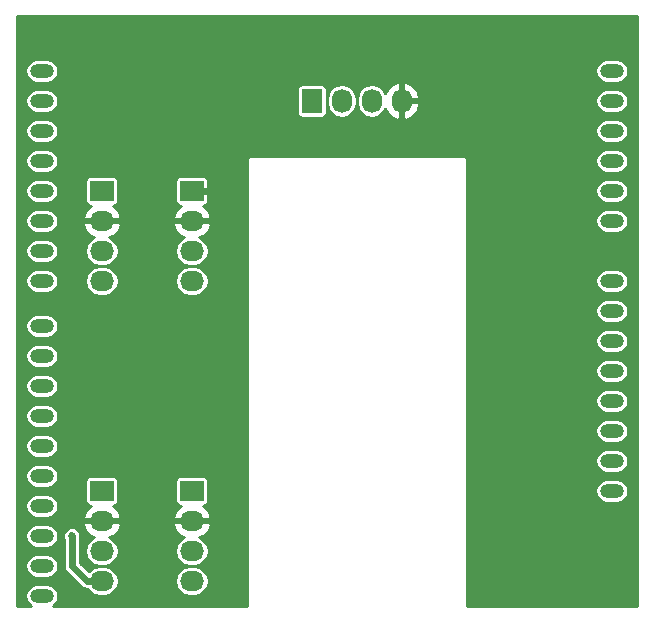
<source format=gbl>
%TF.GenerationSoftware,KiCad,Pcbnew,4.0.2-stable*%
%TF.CreationDate,2016-06-06T20:31:45-04:00*%
%TF.ProjectId,Backpack,4261636B7061636B2E6B696361645F70,rev?*%
%TF.FileFunction,Copper,L2,Bot,Signal*%
%FSLAX46Y46*%
G04 Gerber Fmt 4.6, Leading zero omitted, Abs format (unit mm)*
G04 Created by KiCad (PCBNEW 4.0.2-stable) date 6/6/2016 8:31:45 PM*
%MOMM*%
G01*
G04 APERTURE LIST*
%ADD10C,0.127000*%
%ADD11O,2.000000X1.200000*%
%ADD12R,1.727200X2.032000*%
%ADD13O,1.727200X2.032000*%
%ADD14R,2.032000X1.727200*%
%ADD15O,2.032000X1.727200*%
%ADD16C,0.685800*%
%ADD17C,0.600000*%
%ADD18C,0.254000*%
G04 APERTURE END LIST*
D10*
D11*
X53340000Y-53340000D03*
X101600000Y-88900000D03*
X101600000Y-86360000D03*
X101600000Y-83820000D03*
X101600000Y-81280000D03*
X101600000Y-78740000D03*
X101600000Y-76200000D03*
X101600000Y-73660000D03*
X101600000Y-71120000D03*
X101600000Y-66040000D03*
X101600000Y-63500000D03*
X101600000Y-60960000D03*
X101600000Y-58420000D03*
X101600000Y-55880000D03*
X101600000Y-53340000D03*
X53340000Y-97790000D03*
X53340000Y-95250000D03*
X53340000Y-92710000D03*
X53340000Y-90170000D03*
X53340000Y-87630000D03*
X53340000Y-85090000D03*
X53340000Y-82550000D03*
X53340000Y-80010000D03*
X53340000Y-77470000D03*
X53340000Y-74930000D03*
X53340000Y-71120000D03*
X53340000Y-68580000D03*
X53340000Y-66040000D03*
X53340000Y-63500000D03*
X53340000Y-60960000D03*
X53340000Y-58420000D03*
X53340000Y-55880000D03*
D12*
X76200000Y-55880000D03*
D13*
X78740000Y-55880000D03*
X81280000Y-55880000D03*
X83820000Y-55880000D03*
D14*
X58420000Y-63500000D03*
D15*
X58420000Y-66040000D03*
X58420000Y-68580000D03*
X58420000Y-71120000D03*
D14*
X66040000Y-88900000D03*
D15*
X66040000Y-91440000D03*
X66040000Y-93980000D03*
X66040000Y-96520000D03*
D14*
X66040000Y-63500000D03*
D15*
X66040000Y-66040000D03*
X66040000Y-68580000D03*
X66040000Y-71120000D03*
D14*
X58420000Y-88900000D03*
D15*
X58420000Y-91440000D03*
X58420000Y-93980000D03*
X58420000Y-96520000D03*
D16*
X68580000Y-72390000D03*
X55880000Y-92710000D03*
D17*
X66040000Y-63500000D02*
X67945000Y-63500000D01*
X68580000Y-64135000D02*
X68580000Y-72390000D01*
X67945000Y-63500000D02*
X68580000Y-64135000D01*
X58420000Y-96520000D02*
X57150000Y-96520000D01*
X55880000Y-95250000D02*
X55880000Y-92710000D01*
X57150000Y-96520000D02*
X55880000Y-95250000D01*
D18*
G36*
X103695500Y-98615500D02*
X89344500Y-98615500D01*
X89344500Y-88900000D01*
X100191945Y-88900000D01*
X100266619Y-89275412D01*
X100479273Y-89593672D01*
X100797533Y-89806326D01*
X101172945Y-89881000D01*
X102027055Y-89881000D01*
X102402467Y-89806326D01*
X102720727Y-89593672D01*
X102933381Y-89275412D01*
X103008055Y-88900000D01*
X102933381Y-88524588D01*
X102720727Y-88206328D01*
X102402467Y-87993674D01*
X102027055Y-87919000D01*
X101172945Y-87919000D01*
X100797533Y-87993674D01*
X100479273Y-88206328D01*
X100266619Y-88524588D01*
X100191945Y-88900000D01*
X89344500Y-88900000D01*
X89344500Y-86360000D01*
X100191945Y-86360000D01*
X100266619Y-86735412D01*
X100479273Y-87053672D01*
X100797533Y-87266326D01*
X101172945Y-87341000D01*
X102027055Y-87341000D01*
X102402467Y-87266326D01*
X102720727Y-87053672D01*
X102933381Y-86735412D01*
X103008055Y-86360000D01*
X102933381Y-85984588D01*
X102720727Y-85666328D01*
X102402467Y-85453674D01*
X102027055Y-85379000D01*
X101172945Y-85379000D01*
X100797533Y-85453674D01*
X100479273Y-85666328D01*
X100266619Y-85984588D01*
X100191945Y-86360000D01*
X89344500Y-86360000D01*
X89344500Y-83820000D01*
X100191945Y-83820000D01*
X100266619Y-84195412D01*
X100479273Y-84513672D01*
X100797533Y-84726326D01*
X101172945Y-84801000D01*
X102027055Y-84801000D01*
X102402467Y-84726326D01*
X102720727Y-84513672D01*
X102933381Y-84195412D01*
X103008055Y-83820000D01*
X102933381Y-83444588D01*
X102720727Y-83126328D01*
X102402467Y-82913674D01*
X102027055Y-82839000D01*
X101172945Y-82839000D01*
X100797533Y-82913674D01*
X100479273Y-83126328D01*
X100266619Y-83444588D01*
X100191945Y-83820000D01*
X89344500Y-83820000D01*
X89344500Y-81280000D01*
X100191945Y-81280000D01*
X100266619Y-81655412D01*
X100479273Y-81973672D01*
X100797533Y-82186326D01*
X101172945Y-82261000D01*
X102027055Y-82261000D01*
X102402467Y-82186326D01*
X102720727Y-81973672D01*
X102933381Y-81655412D01*
X103008055Y-81280000D01*
X102933381Y-80904588D01*
X102720727Y-80586328D01*
X102402467Y-80373674D01*
X102027055Y-80299000D01*
X101172945Y-80299000D01*
X100797533Y-80373674D01*
X100479273Y-80586328D01*
X100266619Y-80904588D01*
X100191945Y-81280000D01*
X89344500Y-81280000D01*
X89344500Y-78740000D01*
X100191945Y-78740000D01*
X100266619Y-79115412D01*
X100479273Y-79433672D01*
X100797533Y-79646326D01*
X101172945Y-79721000D01*
X102027055Y-79721000D01*
X102402467Y-79646326D01*
X102720727Y-79433672D01*
X102933381Y-79115412D01*
X103008055Y-78740000D01*
X102933381Y-78364588D01*
X102720727Y-78046328D01*
X102402467Y-77833674D01*
X102027055Y-77759000D01*
X101172945Y-77759000D01*
X100797533Y-77833674D01*
X100479273Y-78046328D01*
X100266619Y-78364588D01*
X100191945Y-78740000D01*
X89344500Y-78740000D01*
X89344500Y-76200000D01*
X100191945Y-76200000D01*
X100266619Y-76575412D01*
X100479273Y-76893672D01*
X100797533Y-77106326D01*
X101172945Y-77181000D01*
X102027055Y-77181000D01*
X102402467Y-77106326D01*
X102720727Y-76893672D01*
X102933381Y-76575412D01*
X103008055Y-76200000D01*
X102933381Y-75824588D01*
X102720727Y-75506328D01*
X102402467Y-75293674D01*
X102027055Y-75219000D01*
X101172945Y-75219000D01*
X100797533Y-75293674D01*
X100479273Y-75506328D01*
X100266619Y-75824588D01*
X100191945Y-76200000D01*
X89344500Y-76200000D01*
X89344500Y-73660000D01*
X100191945Y-73660000D01*
X100266619Y-74035412D01*
X100479273Y-74353672D01*
X100797533Y-74566326D01*
X101172945Y-74641000D01*
X102027055Y-74641000D01*
X102402467Y-74566326D01*
X102720727Y-74353672D01*
X102933381Y-74035412D01*
X103008055Y-73660000D01*
X102933381Y-73284588D01*
X102720727Y-72966328D01*
X102402467Y-72753674D01*
X102027055Y-72679000D01*
X101172945Y-72679000D01*
X100797533Y-72753674D01*
X100479273Y-72966328D01*
X100266619Y-73284588D01*
X100191945Y-73660000D01*
X89344500Y-73660000D01*
X89344500Y-71120000D01*
X100191945Y-71120000D01*
X100266619Y-71495412D01*
X100479273Y-71813672D01*
X100797533Y-72026326D01*
X101172945Y-72101000D01*
X102027055Y-72101000D01*
X102402467Y-72026326D01*
X102720727Y-71813672D01*
X102933381Y-71495412D01*
X103008055Y-71120000D01*
X102933381Y-70744588D01*
X102720727Y-70426328D01*
X102402467Y-70213674D01*
X102027055Y-70139000D01*
X101172945Y-70139000D01*
X100797533Y-70213674D01*
X100479273Y-70426328D01*
X100266619Y-70744588D01*
X100191945Y-71120000D01*
X89344500Y-71120000D01*
X89344500Y-66040000D01*
X100191945Y-66040000D01*
X100266619Y-66415412D01*
X100479273Y-66733672D01*
X100797533Y-66946326D01*
X101172945Y-67021000D01*
X102027055Y-67021000D01*
X102402467Y-66946326D01*
X102720727Y-66733672D01*
X102933381Y-66415412D01*
X103008055Y-66040000D01*
X102933381Y-65664588D01*
X102720727Y-65346328D01*
X102402467Y-65133674D01*
X102027055Y-65059000D01*
X101172945Y-65059000D01*
X100797533Y-65133674D01*
X100479273Y-65346328D01*
X100266619Y-65664588D01*
X100191945Y-66040000D01*
X89344500Y-66040000D01*
X89344500Y-63500000D01*
X100191945Y-63500000D01*
X100266619Y-63875412D01*
X100479273Y-64193672D01*
X100797533Y-64406326D01*
X101172945Y-64481000D01*
X102027055Y-64481000D01*
X102402467Y-64406326D01*
X102720727Y-64193672D01*
X102933381Y-63875412D01*
X103008055Y-63500000D01*
X102933381Y-63124588D01*
X102720727Y-62806328D01*
X102402467Y-62593674D01*
X102027055Y-62519000D01*
X101172945Y-62519000D01*
X100797533Y-62593674D01*
X100479273Y-62806328D01*
X100266619Y-63124588D01*
X100191945Y-63500000D01*
X89344500Y-63500000D01*
X89344500Y-60960000D01*
X100191945Y-60960000D01*
X100266619Y-61335412D01*
X100479273Y-61653672D01*
X100797533Y-61866326D01*
X101172945Y-61941000D01*
X102027055Y-61941000D01*
X102402467Y-61866326D01*
X102720727Y-61653672D01*
X102933381Y-61335412D01*
X103008055Y-60960000D01*
X102933381Y-60584588D01*
X102720727Y-60266328D01*
X102402467Y-60053674D01*
X102027055Y-59979000D01*
X101172945Y-59979000D01*
X100797533Y-60053674D01*
X100479273Y-60266328D01*
X100266619Y-60584588D01*
X100191945Y-60960000D01*
X89344500Y-60960000D01*
X89310664Y-60789897D01*
X89214309Y-60645691D01*
X89070103Y-60549336D01*
X88900000Y-60515500D01*
X71120000Y-60515500D01*
X70949897Y-60549336D01*
X70805691Y-60645691D01*
X70709336Y-60789897D01*
X70675500Y-60960000D01*
X70675500Y-98615500D01*
X54263432Y-98615500D01*
X54460727Y-98483672D01*
X54673381Y-98165412D01*
X54748055Y-97790000D01*
X54673381Y-97414588D01*
X54460727Y-97096328D01*
X54142467Y-96883674D01*
X53767055Y-96809000D01*
X52912945Y-96809000D01*
X52537533Y-96883674D01*
X52219273Y-97096328D01*
X52006619Y-97414588D01*
X51931945Y-97790000D01*
X52006619Y-98165412D01*
X52219273Y-98483672D01*
X52416568Y-98615500D01*
X51244500Y-98615500D01*
X51244500Y-95250000D01*
X51931945Y-95250000D01*
X52006619Y-95625412D01*
X52219273Y-95943672D01*
X52537533Y-96156326D01*
X52912945Y-96231000D01*
X53767055Y-96231000D01*
X54142467Y-96156326D01*
X54460727Y-95943672D01*
X54673381Y-95625412D01*
X54748055Y-95250000D01*
X54673381Y-94874588D01*
X54460727Y-94556328D01*
X54142467Y-94343674D01*
X53767055Y-94269000D01*
X52912945Y-94269000D01*
X52537533Y-94343674D01*
X52219273Y-94556328D01*
X52006619Y-94874588D01*
X51931945Y-95250000D01*
X51244500Y-95250000D01*
X51244500Y-92710000D01*
X51931945Y-92710000D01*
X52006619Y-93085412D01*
X52219273Y-93403672D01*
X52537533Y-93616326D01*
X52912945Y-93691000D01*
X53767055Y-93691000D01*
X54142467Y-93616326D01*
X54460727Y-93403672D01*
X54673381Y-93085412D01*
X54719538Y-92853361D01*
X55155975Y-92853361D01*
X55199000Y-92957490D01*
X55199000Y-95250000D01*
X55250838Y-95510608D01*
X55398460Y-95731540D01*
X56668460Y-97001540D01*
X56889392Y-97149162D01*
X57150000Y-97201000D01*
X57227155Y-97201000D01*
X57360166Y-97400065D01*
X57763943Y-97669860D01*
X58240231Y-97764600D01*
X58599769Y-97764600D01*
X59076057Y-97669860D01*
X59479834Y-97400065D01*
X59749629Y-96996288D01*
X59844369Y-96520000D01*
X64615631Y-96520000D01*
X64710371Y-96996288D01*
X64980166Y-97400065D01*
X65383943Y-97669860D01*
X65860231Y-97764600D01*
X66219769Y-97764600D01*
X66696057Y-97669860D01*
X67099834Y-97400065D01*
X67369629Y-96996288D01*
X67464369Y-96520000D01*
X67369629Y-96043712D01*
X67099834Y-95639935D01*
X66696057Y-95370140D01*
X66219769Y-95275400D01*
X65860231Y-95275400D01*
X65383943Y-95370140D01*
X64980166Y-95639935D01*
X64710371Y-96043712D01*
X64615631Y-96520000D01*
X59844369Y-96520000D01*
X59749629Y-96043712D01*
X59479834Y-95639935D01*
X59076057Y-95370140D01*
X58599769Y-95275400D01*
X58240231Y-95275400D01*
X57763943Y-95370140D01*
X57360166Y-95639935D01*
X57309236Y-95716156D01*
X56561000Y-94967920D01*
X56561000Y-92957636D01*
X56603774Y-92854624D01*
X56604025Y-92566639D01*
X56494050Y-92300479D01*
X56290592Y-92096665D01*
X56024624Y-91986226D01*
X55736639Y-91985975D01*
X55470479Y-92095950D01*
X55266665Y-92299408D01*
X55156226Y-92565376D01*
X55155975Y-92853361D01*
X54719538Y-92853361D01*
X54748055Y-92710000D01*
X54673381Y-92334588D01*
X54460727Y-92016328D01*
X54142467Y-91803674D01*
X54119100Y-91799026D01*
X56812642Y-91799026D01*
X56815291Y-91814791D01*
X57069268Y-92342036D01*
X57505680Y-92731954D01*
X57778243Y-92827296D01*
X57763943Y-92830140D01*
X57360166Y-93099935D01*
X57090371Y-93503712D01*
X56995631Y-93980000D01*
X57090371Y-94456288D01*
X57360166Y-94860065D01*
X57763943Y-95129860D01*
X58240231Y-95224600D01*
X58599769Y-95224600D01*
X59076057Y-95129860D01*
X59479834Y-94860065D01*
X59749629Y-94456288D01*
X59844369Y-93980000D01*
X59749629Y-93503712D01*
X59479834Y-93099935D01*
X59076057Y-92830140D01*
X59061757Y-92827296D01*
X59334320Y-92731954D01*
X59770732Y-92342036D01*
X60024709Y-91814791D01*
X60027358Y-91799026D01*
X64432642Y-91799026D01*
X64435291Y-91814791D01*
X64689268Y-92342036D01*
X65125680Y-92731954D01*
X65398243Y-92827296D01*
X65383943Y-92830140D01*
X64980166Y-93099935D01*
X64710371Y-93503712D01*
X64615631Y-93980000D01*
X64710371Y-94456288D01*
X64980166Y-94860065D01*
X65383943Y-95129860D01*
X65860231Y-95224600D01*
X66219769Y-95224600D01*
X66696057Y-95129860D01*
X67099834Y-94860065D01*
X67369629Y-94456288D01*
X67464369Y-93980000D01*
X67369629Y-93503712D01*
X67099834Y-93099935D01*
X66696057Y-92830140D01*
X66681757Y-92827296D01*
X66954320Y-92731954D01*
X67390732Y-92342036D01*
X67644709Y-91814791D01*
X67647358Y-91799026D01*
X67526217Y-91567000D01*
X66167000Y-91567000D01*
X66167000Y-91587000D01*
X65913000Y-91587000D01*
X65913000Y-91567000D01*
X64553783Y-91567000D01*
X64432642Y-91799026D01*
X60027358Y-91799026D01*
X59906217Y-91567000D01*
X58547000Y-91567000D01*
X58547000Y-91587000D01*
X58293000Y-91587000D01*
X58293000Y-91567000D01*
X56933783Y-91567000D01*
X56812642Y-91799026D01*
X54119100Y-91799026D01*
X53767055Y-91729000D01*
X52912945Y-91729000D01*
X52537533Y-91803674D01*
X52219273Y-92016328D01*
X52006619Y-92334588D01*
X51931945Y-92710000D01*
X51244500Y-92710000D01*
X51244500Y-90170000D01*
X51931945Y-90170000D01*
X52006619Y-90545412D01*
X52219273Y-90863672D01*
X52537533Y-91076326D01*
X52912945Y-91151000D01*
X53767055Y-91151000D01*
X54119099Y-91080974D01*
X56812642Y-91080974D01*
X56933783Y-91313000D01*
X58293000Y-91313000D01*
X58293000Y-91293000D01*
X58547000Y-91293000D01*
X58547000Y-91313000D01*
X59906217Y-91313000D01*
X60027358Y-91080974D01*
X64432642Y-91080974D01*
X64553783Y-91313000D01*
X65913000Y-91313000D01*
X65913000Y-91293000D01*
X66167000Y-91293000D01*
X66167000Y-91313000D01*
X67526217Y-91313000D01*
X67647358Y-91080974D01*
X67644709Y-91065209D01*
X67390732Y-90537964D01*
X66958817Y-90152064D01*
X67056000Y-90152064D01*
X67197190Y-90125497D01*
X67326865Y-90042054D01*
X67413859Y-89914734D01*
X67444464Y-89763600D01*
X67444464Y-88036400D01*
X67417897Y-87895210D01*
X67334454Y-87765535D01*
X67207134Y-87678541D01*
X67056000Y-87647936D01*
X65024000Y-87647936D01*
X64882810Y-87674503D01*
X64753135Y-87757946D01*
X64666141Y-87885266D01*
X64635536Y-88036400D01*
X64635536Y-89763600D01*
X64662103Y-89904790D01*
X64745546Y-90034465D01*
X64872866Y-90121459D01*
X65024000Y-90152064D01*
X65121183Y-90152064D01*
X64689268Y-90537964D01*
X64435291Y-91065209D01*
X64432642Y-91080974D01*
X60027358Y-91080974D01*
X60024709Y-91065209D01*
X59770732Y-90537964D01*
X59338817Y-90152064D01*
X59436000Y-90152064D01*
X59577190Y-90125497D01*
X59706865Y-90042054D01*
X59793859Y-89914734D01*
X59824464Y-89763600D01*
X59824464Y-88036400D01*
X59797897Y-87895210D01*
X59714454Y-87765535D01*
X59587134Y-87678541D01*
X59436000Y-87647936D01*
X57404000Y-87647936D01*
X57262810Y-87674503D01*
X57133135Y-87757946D01*
X57046141Y-87885266D01*
X57015536Y-88036400D01*
X57015536Y-89763600D01*
X57042103Y-89904790D01*
X57125546Y-90034465D01*
X57252866Y-90121459D01*
X57404000Y-90152064D01*
X57501183Y-90152064D01*
X57069268Y-90537964D01*
X56815291Y-91065209D01*
X56812642Y-91080974D01*
X54119099Y-91080974D01*
X54142467Y-91076326D01*
X54460727Y-90863672D01*
X54673381Y-90545412D01*
X54748055Y-90170000D01*
X54673381Y-89794588D01*
X54460727Y-89476328D01*
X54142467Y-89263674D01*
X53767055Y-89189000D01*
X52912945Y-89189000D01*
X52537533Y-89263674D01*
X52219273Y-89476328D01*
X52006619Y-89794588D01*
X51931945Y-90170000D01*
X51244500Y-90170000D01*
X51244500Y-87630000D01*
X51931945Y-87630000D01*
X52006619Y-88005412D01*
X52219273Y-88323672D01*
X52537533Y-88536326D01*
X52912945Y-88611000D01*
X53767055Y-88611000D01*
X54142467Y-88536326D01*
X54460727Y-88323672D01*
X54673381Y-88005412D01*
X54748055Y-87630000D01*
X54673381Y-87254588D01*
X54460727Y-86936328D01*
X54142467Y-86723674D01*
X53767055Y-86649000D01*
X52912945Y-86649000D01*
X52537533Y-86723674D01*
X52219273Y-86936328D01*
X52006619Y-87254588D01*
X51931945Y-87630000D01*
X51244500Y-87630000D01*
X51244500Y-85090000D01*
X51931945Y-85090000D01*
X52006619Y-85465412D01*
X52219273Y-85783672D01*
X52537533Y-85996326D01*
X52912945Y-86071000D01*
X53767055Y-86071000D01*
X54142467Y-85996326D01*
X54460727Y-85783672D01*
X54673381Y-85465412D01*
X54748055Y-85090000D01*
X54673381Y-84714588D01*
X54460727Y-84396328D01*
X54142467Y-84183674D01*
X53767055Y-84109000D01*
X52912945Y-84109000D01*
X52537533Y-84183674D01*
X52219273Y-84396328D01*
X52006619Y-84714588D01*
X51931945Y-85090000D01*
X51244500Y-85090000D01*
X51244500Y-82550000D01*
X51931945Y-82550000D01*
X52006619Y-82925412D01*
X52219273Y-83243672D01*
X52537533Y-83456326D01*
X52912945Y-83531000D01*
X53767055Y-83531000D01*
X54142467Y-83456326D01*
X54460727Y-83243672D01*
X54673381Y-82925412D01*
X54748055Y-82550000D01*
X54673381Y-82174588D01*
X54460727Y-81856328D01*
X54142467Y-81643674D01*
X53767055Y-81569000D01*
X52912945Y-81569000D01*
X52537533Y-81643674D01*
X52219273Y-81856328D01*
X52006619Y-82174588D01*
X51931945Y-82550000D01*
X51244500Y-82550000D01*
X51244500Y-80010000D01*
X51931945Y-80010000D01*
X52006619Y-80385412D01*
X52219273Y-80703672D01*
X52537533Y-80916326D01*
X52912945Y-80991000D01*
X53767055Y-80991000D01*
X54142467Y-80916326D01*
X54460727Y-80703672D01*
X54673381Y-80385412D01*
X54748055Y-80010000D01*
X54673381Y-79634588D01*
X54460727Y-79316328D01*
X54142467Y-79103674D01*
X53767055Y-79029000D01*
X52912945Y-79029000D01*
X52537533Y-79103674D01*
X52219273Y-79316328D01*
X52006619Y-79634588D01*
X51931945Y-80010000D01*
X51244500Y-80010000D01*
X51244500Y-77470000D01*
X51931945Y-77470000D01*
X52006619Y-77845412D01*
X52219273Y-78163672D01*
X52537533Y-78376326D01*
X52912945Y-78451000D01*
X53767055Y-78451000D01*
X54142467Y-78376326D01*
X54460727Y-78163672D01*
X54673381Y-77845412D01*
X54748055Y-77470000D01*
X54673381Y-77094588D01*
X54460727Y-76776328D01*
X54142467Y-76563674D01*
X53767055Y-76489000D01*
X52912945Y-76489000D01*
X52537533Y-76563674D01*
X52219273Y-76776328D01*
X52006619Y-77094588D01*
X51931945Y-77470000D01*
X51244500Y-77470000D01*
X51244500Y-74930000D01*
X51931945Y-74930000D01*
X52006619Y-75305412D01*
X52219273Y-75623672D01*
X52537533Y-75836326D01*
X52912945Y-75911000D01*
X53767055Y-75911000D01*
X54142467Y-75836326D01*
X54460727Y-75623672D01*
X54673381Y-75305412D01*
X54748055Y-74930000D01*
X54673381Y-74554588D01*
X54460727Y-74236328D01*
X54142467Y-74023674D01*
X53767055Y-73949000D01*
X52912945Y-73949000D01*
X52537533Y-74023674D01*
X52219273Y-74236328D01*
X52006619Y-74554588D01*
X51931945Y-74930000D01*
X51244500Y-74930000D01*
X51244500Y-71120000D01*
X51931945Y-71120000D01*
X52006619Y-71495412D01*
X52219273Y-71813672D01*
X52537533Y-72026326D01*
X52912945Y-72101000D01*
X53767055Y-72101000D01*
X54142467Y-72026326D01*
X54460727Y-71813672D01*
X54673381Y-71495412D01*
X54748055Y-71120000D01*
X56995631Y-71120000D01*
X57090371Y-71596288D01*
X57360166Y-72000065D01*
X57763943Y-72269860D01*
X58240231Y-72364600D01*
X58599769Y-72364600D01*
X59076057Y-72269860D01*
X59479834Y-72000065D01*
X59749629Y-71596288D01*
X59844369Y-71120000D01*
X64615631Y-71120000D01*
X64710371Y-71596288D01*
X64980166Y-72000065D01*
X65383943Y-72269860D01*
X65860231Y-72364600D01*
X66219769Y-72364600D01*
X66696057Y-72269860D01*
X67099834Y-72000065D01*
X67369629Y-71596288D01*
X67464369Y-71120000D01*
X67369629Y-70643712D01*
X67099834Y-70239935D01*
X66696057Y-69970140D01*
X66219769Y-69875400D01*
X65860231Y-69875400D01*
X65383943Y-69970140D01*
X64980166Y-70239935D01*
X64710371Y-70643712D01*
X64615631Y-71120000D01*
X59844369Y-71120000D01*
X59749629Y-70643712D01*
X59479834Y-70239935D01*
X59076057Y-69970140D01*
X58599769Y-69875400D01*
X58240231Y-69875400D01*
X57763943Y-69970140D01*
X57360166Y-70239935D01*
X57090371Y-70643712D01*
X56995631Y-71120000D01*
X54748055Y-71120000D01*
X54673381Y-70744588D01*
X54460727Y-70426328D01*
X54142467Y-70213674D01*
X53767055Y-70139000D01*
X52912945Y-70139000D01*
X52537533Y-70213674D01*
X52219273Y-70426328D01*
X52006619Y-70744588D01*
X51931945Y-71120000D01*
X51244500Y-71120000D01*
X51244500Y-68580000D01*
X51931945Y-68580000D01*
X52006619Y-68955412D01*
X52219273Y-69273672D01*
X52537533Y-69486326D01*
X52912945Y-69561000D01*
X53767055Y-69561000D01*
X54142467Y-69486326D01*
X54460727Y-69273672D01*
X54673381Y-68955412D01*
X54748055Y-68580000D01*
X54673381Y-68204588D01*
X54460727Y-67886328D01*
X54142467Y-67673674D01*
X53767055Y-67599000D01*
X52912945Y-67599000D01*
X52537533Y-67673674D01*
X52219273Y-67886328D01*
X52006619Y-68204588D01*
X51931945Y-68580000D01*
X51244500Y-68580000D01*
X51244500Y-66040000D01*
X51931945Y-66040000D01*
X52006619Y-66415412D01*
X52219273Y-66733672D01*
X52537533Y-66946326D01*
X52912945Y-67021000D01*
X53767055Y-67021000D01*
X54142467Y-66946326D01*
X54460727Y-66733672D01*
X54673381Y-66415412D01*
X54676640Y-66399026D01*
X56812642Y-66399026D01*
X56815291Y-66414791D01*
X57069268Y-66942036D01*
X57505680Y-67331954D01*
X57778243Y-67427296D01*
X57763943Y-67430140D01*
X57360166Y-67699935D01*
X57090371Y-68103712D01*
X56995631Y-68580000D01*
X57090371Y-69056288D01*
X57360166Y-69460065D01*
X57763943Y-69729860D01*
X58240231Y-69824600D01*
X58599769Y-69824600D01*
X59076057Y-69729860D01*
X59479834Y-69460065D01*
X59749629Y-69056288D01*
X59844369Y-68580000D01*
X59749629Y-68103712D01*
X59479834Y-67699935D01*
X59076057Y-67430140D01*
X59061757Y-67427296D01*
X59334320Y-67331954D01*
X59770732Y-66942036D01*
X60024709Y-66414791D01*
X60027358Y-66399026D01*
X64432642Y-66399026D01*
X64435291Y-66414791D01*
X64689268Y-66942036D01*
X65125680Y-67331954D01*
X65398243Y-67427296D01*
X65383943Y-67430140D01*
X64980166Y-67699935D01*
X64710371Y-68103712D01*
X64615631Y-68580000D01*
X64710371Y-69056288D01*
X64980166Y-69460065D01*
X65383943Y-69729860D01*
X65860231Y-69824600D01*
X66219769Y-69824600D01*
X66696057Y-69729860D01*
X67099834Y-69460065D01*
X67369629Y-69056288D01*
X67464369Y-68580000D01*
X67369629Y-68103712D01*
X67099834Y-67699935D01*
X66696057Y-67430140D01*
X66681757Y-67427296D01*
X66954320Y-67331954D01*
X67390732Y-66942036D01*
X67644709Y-66414791D01*
X67647358Y-66399026D01*
X67526217Y-66167000D01*
X66167000Y-66167000D01*
X66167000Y-66187000D01*
X65913000Y-66187000D01*
X65913000Y-66167000D01*
X64553783Y-66167000D01*
X64432642Y-66399026D01*
X60027358Y-66399026D01*
X59906217Y-66167000D01*
X58547000Y-66167000D01*
X58547000Y-66187000D01*
X58293000Y-66187000D01*
X58293000Y-66167000D01*
X56933783Y-66167000D01*
X56812642Y-66399026D01*
X54676640Y-66399026D01*
X54748055Y-66040000D01*
X54676641Y-65680974D01*
X56812642Y-65680974D01*
X56933783Y-65913000D01*
X58293000Y-65913000D01*
X58293000Y-65893000D01*
X58547000Y-65893000D01*
X58547000Y-65913000D01*
X59906217Y-65913000D01*
X60027358Y-65680974D01*
X64432642Y-65680974D01*
X64553783Y-65913000D01*
X65913000Y-65913000D01*
X65913000Y-65893000D01*
X66167000Y-65893000D01*
X66167000Y-65913000D01*
X67526217Y-65913000D01*
X67647358Y-65680974D01*
X67644709Y-65665209D01*
X67390732Y-65137964D01*
X66958817Y-64752064D01*
X67056000Y-64752064D01*
X67197190Y-64725497D01*
X67326865Y-64642054D01*
X67413859Y-64514734D01*
X67444464Y-64363600D01*
X67444464Y-62636400D01*
X67417897Y-62495210D01*
X67334454Y-62365535D01*
X67207134Y-62278541D01*
X67056000Y-62247936D01*
X65024000Y-62247936D01*
X64882810Y-62274503D01*
X64753135Y-62357946D01*
X64666141Y-62485266D01*
X64635536Y-62636400D01*
X64635536Y-64363600D01*
X64662103Y-64504790D01*
X64745546Y-64634465D01*
X64872866Y-64721459D01*
X65024000Y-64752064D01*
X65121183Y-64752064D01*
X64689268Y-65137964D01*
X64435291Y-65665209D01*
X64432642Y-65680974D01*
X60027358Y-65680974D01*
X60024709Y-65665209D01*
X59770732Y-65137964D01*
X59338817Y-64752064D01*
X59436000Y-64752064D01*
X59577190Y-64725497D01*
X59706865Y-64642054D01*
X59793859Y-64514734D01*
X59824464Y-64363600D01*
X59824464Y-62636400D01*
X59797897Y-62495210D01*
X59714454Y-62365535D01*
X59587134Y-62278541D01*
X59436000Y-62247936D01*
X57404000Y-62247936D01*
X57262810Y-62274503D01*
X57133135Y-62357946D01*
X57046141Y-62485266D01*
X57015536Y-62636400D01*
X57015536Y-64363600D01*
X57042103Y-64504790D01*
X57125546Y-64634465D01*
X57252866Y-64721459D01*
X57404000Y-64752064D01*
X57501183Y-64752064D01*
X57069268Y-65137964D01*
X56815291Y-65665209D01*
X56812642Y-65680974D01*
X54676641Y-65680974D01*
X54673381Y-65664588D01*
X54460727Y-65346328D01*
X54142467Y-65133674D01*
X53767055Y-65059000D01*
X52912945Y-65059000D01*
X52537533Y-65133674D01*
X52219273Y-65346328D01*
X52006619Y-65664588D01*
X51931945Y-66040000D01*
X51244500Y-66040000D01*
X51244500Y-63500000D01*
X51931945Y-63500000D01*
X52006619Y-63875412D01*
X52219273Y-64193672D01*
X52537533Y-64406326D01*
X52912945Y-64481000D01*
X53767055Y-64481000D01*
X54142467Y-64406326D01*
X54460727Y-64193672D01*
X54673381Y-63875412D01*
X54748055Y-63500000D01*
X54673381Y-63124588D01*
X54460727Y-62806328D01*
X54142467Y-62593674D01*
X53767055Y-62519000D01*
X52912945Y-62519000D01*
X52537533Y-62593674D01*
X52219273Y-62806328D01*
X52006619Y-63124588D01*
X51931945Y-63500000D01*
X51244500Y-63500000D01*
X51244500Y-60960000D01*
X51931945Y-60960000D01*
X52006619Y-61335412D01*
X52219273Y-61653672D01*
X52537533Y-61866326D01*
X52912945Y-61941000D01*
X53767055Y-61941000D01*
X54142467Y-61866326D01*
X54460727Y-61653672D01*
X54673381Y-61335412D01*
X54748055Y-60960000D01*
X54673381Y-60584588D01*
X54460727Y-60266328D01*
X54142467Y-60053674D01*
X53767055Y-59979000D01*
X52912945Y-59979000D01*
X52537533Y-60053674D01*
X52219273Y-60266328D01*
X52006619Y-60584588D01*
X51931945Y-60960000D01*
X51244500Y-60960000D01*
X51244500Y-58420000D01*
X51931945Y-58420000D01*
X52006619Y-58795412D01*
X52219273Y-59113672D01*
X52537533Y-59326326D01*
X52912945Y-59401000D01*
X53767055Y-59401000D01*
X54142467Y-59326326D01*
X54460727Y-59113672D01*
X54673381Y-58795412D01*
X54748055Y-58420000D01*
X100191945Y-58420000D01*
X100266619Y-58795412D01*
X100479273Y-59113672D01*
X100797533Y-59326326D01*
X101172945Y-59401000D01*
X102027055Y-59401000D01*
X102402467Y-59326326D01*
X102720727Y-59113672D01*
X102933381Y-58795412D01*
X103008055Y-58420000D01*
X102933381Y-58044588D01*
X102720727Y-57726328D01*
X102402467Y-57513674D01*
X102027055Y-57439000D01*
X101172945Y-57439000D01*
X100797533Y-57513674D01*
X100479273Y-57726328D01*
X100266619Y-58044588D01*
X100191945Y-58420000D01*
X54748055Y-58420000D01*
X54673381Y-58044588D01*
X54460727Y-57726328D01*
X54142467Y-57513674D01*
X53767055Y-57439000D01*
X52912945Y-57439000D01*
X52537533Y-57513674D01*
X52219273Y-57726328D01*
X52006619Y-58044588D01*
X51931945Y-58420000D01*
X51244500Y-58420000D01*
X51244500Y-55880000D01*
X51931945Y-55880000D01*
X52006619Y-56255412D01*
X52219273Y-56573672D01*
X52537533Y-56786326D01*
X52912945Y-56861000D01*
X53767055Y-56861000D01*
X54142467Y-56786326D01*
X54460727Y-56573672D01*
X54673381Y-56255412D01*
X54748055Y-55880000D01*
X54673381Y-55504588D01*
X54460727Y-55186328D01*
X54142467Y-54973674D01*
X53767055Y-54899000D01*
X52912945Y-54899000D01*
X52537533Y-54973674D01*
X52219273Y-55186328D01*
X52006619Y-55504588D01*
X51931945Y-55880000D01*
X51244500Y-55880000D01*
X51244500Y-54864000D01*
X74947936Y-54864000D01*
X74947936Y-56896000D01*
X74974503Y-57037190D01*
X75057946Y-57166865D01*
X75185266Y-57253859D01*
X75336400Y-57284464D01*
X77063600Y-57284464D01*
X77204790Y-57257897D01*
X77334465Y-57174454D01*
X77421459Y-57047134D01*
X77452064Y-56896000D01*
X77452064Y-55700231D01*
X77495400Y-55700231D01*
X77495400Y-56059769D01*
X77590140Y-56536057D01*
X77859935Y-56939834D01*
X78263712Y-57209629D01*
X78740000Y-57304369D01*
X79216288Y-57209629D01*
X79620065Y-56939834D01*
X79889860Y-56536057D01*
X79984600Y-56059769D01*
X79984600Y-55700231D01*
X80035400Y-55700231D01*
X80035400Y-56059769D01*
X80130140Y-56536057D01*
X80399935Y-56939834D01*
X80803712Y-57209629D01*
X81280000Y-57304369D01*
X81756288Y-57209629D01*
X82160065Y-56939834D01*
X82429860Y-56536057D01*
X82432704Y-56521757D01*
X82528046Y-56794320D01*
X82917964Y-57230732D01*
X83445209Y-57484709D01*
X83460974Y-57487358D01*
X83693000Y-57366217D01*
X83693000Y-56007000D01*
X83947000Y-56007000D01*
X83947000Y-57366217D01*
X84179026Y-57487358D01*
X84194791Y-57484709D01*
X84722036Y-57230732D01*
X85111954Y-56794320D01*
X85305184Y-56241913D01*
X85160924Y-56007000D01*
X83947000Y-56007000D01*
X83693000Y-56007000D01*
X83673000Y-56007000D01*
X83673000Y-55880000D01*
X100191945Y-55880000D01*
X100266619Y-56255412D01*
X100479273Y-56573672D01*
X100797533Y-56786326D01*
X101172945Y-56861000D01*
X102027055Y-56861000D01*
X102402467Y-56786326D01*
X102720727Y-56573672D01*
X102933381Y-56255412D01*
X103008055Y-55880000D01*
X102933381Y-55504588D01*
X102720727Y-55186328D01*
X102402467Y-54973674D01*
X102027055Y-54899000D01*
X101172945Y-54899000D01*
X100797533Y-54973674D01*
X100479273Y-55186328D01*
X100266619Y-55504588D01*
X100191945Y-55880000D01*
X83673000Y-55880000D01*
X83673000Y-55753000D01*
X83693000Y-55753000D01*
X83693000Y-54393783D01*
X83947000Y-54393783D01*
X83947000Y-55753000D01*
X85160924Y-55753000D01*
X85305184Y-55518087D01*
X85111954Y-54965680D01*
X84722036Y-54529268D01*
X84194791Y-54275291D01*
X84179026Y-54272642D01*
X83947000Y-54393783D01*
X83693000Y-54393783D01*
X83460974Y-54272642D01*
X83445209Y-54275291D01*
X82917964Y-54529268D01*
X82528046Y-54965680D01*
X82432704Y-55238243D01*
X82429860Y-55223943D01*
X82160065Y-54820166D01*
X81756288Y-54550371D01*
X81280000Y-54455631D01*
X80803712Y-54550371D01*
X80399935Y-54820166D01*
X80130140Y-55223943D01*
X80035400Y-55700231D01*
X79984600Y-55700231D01*
X79889860Y-55223943D01*
X79620065Y-54820166D01*
X79216288Y-54550371D01*
X78740000Y-54455631D01*
X78263712Y-54550371D01*
X77859935Y-54820166D01*
X77590140Y-55223943D01*
X77495400Y-55700231D01*
X77452064Y-55700231D01*
X77452064Y-54864000D01*
X77425497Y-54722810D01*
X77342054Y-54593135D01*
X77214734Y-54506141D01*
X77063600Y-54475536D01*
X75336400Y-54475536D01*
X75195210Y-54502103D01*
X75065535Y-54585546D01*
X74978541Y-54712866D01*
X74947936Y-54864000D01*
X51244500Y-54864000D01*
X51244500Y-53340000D01*
X51931945Y-53340000D01*
X52006619Y-53715412D01*
X52219273Y-54033672D01*
X52537533Y-54246326D01*
X52912945Y-54321000D01*
X53767055Y-54321000D01*
X54142467Y-54246326D01*
X54460727Y-54033672D01*
X54673381Y-53715412D01*
X54748055Y-53340000D01*
X100191945Y-53340000D01*
X100266619Y-53715412D01*
X100479273Y-54033672D01*
X100797533Y-54246326D01*
X101172945Y-54321000D01*
X102027055Y-54321000D01*
X102402467Y-54246326D01*
X102720727Y-54033672D01*
X102933381Y-53715412D01*
X103008055Y-53340000D01*
X102933381Y-52964588D01*
X102720727Y-52646328D01*
X102402467Y-52433674D01*
X102027055Y-52359000D01*
X101172945Y-52359000D01*
X100797533Y-52433674D01*
X100479273Y-52646328D01*
X100266619Y-52964588D01*
X100191945Y-53340000D01*
X54748055Y-53340000D01*
X54673381Y-52964588D01*
X54460727Y-52646328D01*
X54142467Y-52433674D01*
X53767055Y-52359000D01*
X52912945Y-52359000D01*
X52537533Y-52433674D01*
X52219273Y-52646328D01*
X52006619Y-52964588D01*
X51931945Y-53340000D01*
X51244500Y-53340000D01*
X51244500Y-48704500D01*
X103695500Y-48704500D01*
X103695500Y-98615500D01*
X103695500Y-98615500D01*
G37*
X103695500Y-98615500D02*
X89344500Y-98615500D01*
X89344500Y-88900000D01*
X100191945Y-88900000D01*
X100266619Y-89275412D01*
X100479273Y-89593672D01*
X100797533Y-89806326D01*
X101172945Y-89881000D01*
X102027055Y-89881000D01*
X102402467Y-89806326D01*
X102720727Y-89593672D01*
X102933381Y-89275412D01*
X103008055Y-88900000D01*
X102933381Y-88524588D01*
X102720727Y-88206328D01*
X102402467Y-87993674D01*
X102027055Y-87919000D01*
X101172945Y-87919000D01*
X100797533Y-87993674D01*
X100479273Y-88206328D01*
X100266619Y-88524588D01*
X100191945Y-88900000D01*
X89344500Y-88900000D01*
X89344500Y-86360000D01*
X100191945Y-86360000D01*
X100266619Y-86735412D01*
X100479273Y-87053672D01*
X100797533Y-87266326D01*
X101172945Y-87341000D01*
X102027055Y-87341000D01*
X102402467Y-87266326D01*
X102720727Y-87053672D01*
X102933381Y-86735412D01*
X103008055Y-86360000D01*
X102933381Y-85984588D01*
X102720727Y-85666328D01*
X102402467Y-85453674D01*
X102027055Y-85379000D01*
X101172945Y-85379000D01*
X100797533Y-85453674D01*
X100479273Y-85666328D01*
X100266619Y-85984588D01*
X100191945Y-86360000D01*
X89344500Y-86360000D01*
X89344500Y-83820000D01*
X100191945Y-83820000D01*
X100266619Y-84195412D01*
X100479273Y-84513672D01*
X100797533Y-84726326D01*
X101172945Y-84801000D01*
X102027055Y-84801000D01*
X102402467Y-84726326D01*
X102720727Y-84513672D01*
X102933381Y-84195412D01*
X103008055Y-83820000D01*
X102933381Y-83444588D01*
X102720727Y-83126328D01*
X102402467Y-82913674D01*
X102027055Y-82839000D01*
X101172945Y-82839000D01*
X100797533Y-82913674D01*
X100479273Y-83126328D01*
X100266619Y-83444588D01*
X100191945Y-83820000D01*
X89344500Y-83820000D01*
X89344500Y-81280000D01*
X100191945Y-81280000D01*
X100266619Y-81655412D01*
X100479273Y-81973672D01*
X100797533Y-82186326D01*
X101172945Y-82261000D01*
X102027055Y-82261000D01*
X102402467Y-82186326D01*
X102720727Y-81973672D01*
X102933381Y-81655412D01*
X103008055Y-81280000D01*
X102933381Y-80904588D01*
X102720727Y-80586328D01*
X102402467Y-80373674D01*
X102027055Y-80299000D01*
X101172945Y-80299000D01*
X100797533Y-80373674D01*
X100479273Y-80586328D01*
X100266619Y-80904588D01*
X100191945Y-81280000D01*
X89344500Y-81280000D01*
X89344500Y-78740000D01*
X100191945Y-78740000D01*
X100266619Y-79115412D01*
X100479273Y-79433672D01*
X100797533Y-79646326D01*
X101172945Y-79721000D01*
X102027055Y-79721000D01*
X102402467Y-79646326D01*
X102720727Y-79433672D01*
X102933381Y-79115412D01*
X103008055Y-78740000D01*
X102933381Y-78364588D01*
X102720727Y-78046328D01*
X102402467Y-77833674D01*
X102027055Y-77759000D01*
X101172945Y-77759000D01*
X100797533Y-77833674D01*
X100479273Y-78046328D01*
X100266619Y-78364588D01*
X100191945Y-78740000D01*
X89344500Y-78740000D01*
X89344500Y-76200000D01*
X100191945Y-76200000D01*
X100266619Y-76575412D01*
X100479273Y-76893672D01*
X100797533Y-77106326D01*
X101172945Y-77181000D01*
X102027055Y-77181000D01*
X102402467Y-77106326D01*
X102720727Y-76893672D01*
X102933381Y-76575412D01*
X103008055Y-76200000D01*
X102933381Y-75824588D01*
X102720727Y-75506328D01*
X102402467Y-75293674D01*
X102027055Y-75219000D01*
X101172945Y-75219000D01*
X100797533Y-75293674D01*
X100479273Y-75506328D01*
X100266619Y-75824588D01*
X100191945Y-76200000D01*
X89344500Y-76200000D01*
X89344500Y-73660000D01*
X100191945Y-73660000D01*
X100266619Y-74035412D01*
X100479273Y-74353672D01*
X100797533Y-74566326D01*
X101172945Y-74641000D01*
X102027055Y-74641000D01*
X102402467Y-74566326D01*
X102720727Y-74353672D01*
X102933381Y-74035412D01*
X103008055Y-73660000D01*
X102933381Y-73284588D01*
X102720727Y-72966328D01*
X102402467Y-72753674D01*
X102027055Y-72679000D01*
X101172945Y-72679000D01*
X100797533Y-72753674D01*
X100479273Y-72966328D01*
X100266619Y-73284588D01*
X100191945Y-73660000D01*
X89344500Y-73660000D01*
X89344500Y-71120000D01*
X100191945Y-71120000D01*
X100266619Y-71495412D01*
X100479273Y-71813672D01*
X100797533Y-72026326D01*
X101172945Y-72101000D01*
X102027055Y-72101000D01*
X102402467Y-72026326D01*
X102720727Y-71813672D01*
X102933381Y-71495412D01*
X103008055Y-71120000D01*
X102933381Y-70744588D01*
X102720727Y-70426328D01*
X102402467Y-70213674D01*
X102027055Y-70139000D01*
X101172945Y-70139000D01*
X100797533Y-70213674D01*
X100479273Y-70426328D01*
X100266619Y-70744588D01*
X100191945Y-71120000D01*
X89344500Y-71120000D01*
X89344500Y-66040000D01*
X100191945Y-66040000D01*
X100266619Y-66415412D01*
X100479273Y-66733672D01*
X100797533Y-66946326D01*
X101172945Y-67021000D01*
X102027055Y-67021000D01*
X102402467Y-66946326D01*
X102720727Y-66733672D01*
X102933381Y-66415412D01*
X103008055Y-66040000D01*
X102933381Y-65664588D01*
X102720727Y-65346328D01*
X102402467Y-65133674D01*
X102027055Y-65059000D01*
X101172945Y-65059000D01*
X100797533Y-65133674D01*
X100479273Y-65346328D01*
X100266619Y-65664588D01*
X100191945Y-66040000D01*
X89344500Y-66040000D01*
X89344500Y-63500000D01*
X100191945Y-63500000D01*
X100266619Y-63875412D01*
X100479273Y-64193672D01*
X100797533Y-64406326D01*
X101172945Y-64481000D01*
X102027055Y-64481000D01*
X102402467Y-64406326D01*
X102720727Y-64193672D01*
X102933381Y-63875412D01*
X103008055Y-63500000D01*
X102933381Y-63124588D01*
X102720727Y-62806328D01*
X102402467Y-62593674D01*
X102027055Y-62519000D01*
X101172945Y-62519000D01*
X100797533Y-62593674D01*
X100479273Y-62806328D01*
X100266619Y-63124588D01*
X100191945Y-63500000D01*
X89344500Y-63500000D01*
X89344500Y-60960000D01*
X100191945Y-60960000D01*
X100266619Y-61335412D01*
X100479273Y-61653672D01*
X100797533Y-61866326D01*
X101172945Y-61941000D01*
X102027055Y-61941000D01*
X102402467Y-61866326D01*
X102720727Y-61653672D01*
X102933381Y-61335412D01*
X103008055Y-60960000D01*
X102933381Y-60584588D01*
X102720727Y-60266328D01*
X102402467Y-60053674D01*
X102027055Y-59979000D01*
X101172945Y-59979000D01*
X100797533Y-60053674D01*
X100479273Y-60266328D01*
X100266619Y-60584588D01*
X100191945Y-60960000D01*
X89344500Y-60960000D01*
X89310664Y-60789897D01*
X89214309Y-60645691D01*
X89070103Y-60549336D01*
X88900000Y-60515500D01*
X71120000Y-60515500D01*
X70949897Y-60549336D01*
X70805691Y-60645691D01*
X70709336Y-60789897D01*
X70675500Y-60960000D01*
X70675500Y-98615500D01*
X54263432Y-98615500D01*
X54460727Y-98483672D01*
X54673381Y-98165412D01*
X54748055Y-97790000D01*
X54673381Y-97414588D01*
X54460727Y-97096328D01*
X54142467Y-96883674D01*
X53767055Y-96809000D01*
X52912945Y-96809000D01*
X52537533Y-96883674D01*
X52219273Y-97096328D01*
X52006619Y-97414588D01*
X51931945Y-97790000D01*
X52006619Y-98165412D01*
X52219273Y-98483672D01*
X52416568Y-98615500D01*
X51244500Y-98615500D01*
X51244500Y-95250000D01*
X51931945Y-95250000D01*
X52006619Y-95625412D01*
X52219273Y-95943672D01*
X52537533Y-96156326D01*
X52912945Y-96231000D01*
X53767055Y-96231000D01*
X54142467Y-96156326D01*
X54460727Y-95943672D01*
X54673381Y-95625412D01*
X54748055Y-95250000D01*
X54673381Y-94874588D01*
X54460727Y-94556328D01*
X54142467Y-94343674D01*
X53767055Y-94269000D01*
X52912945Y-94269000D01*
X52537533Y-94343674D01*
X52219273Y-94556328D01*
X52006619Y-94874588D01*
X51931945Y-95250000D01*
X51244500Y-95250000D01*
X51244500Y-92710000D01*
X51931945Y-92710000D01*
X52006619Y-93085412D01*
X52219273Y-93403672D01*
X52537533Y-93616326D01*
X52912945Y-93691000D01*
X53767055Y-93691000D01*
X54142467Y-93616326D01*
X54460727Y-93403672D01*
X54673381Y-93085412D01*
X54719538Y-92853361D01*
X55155975Y-92853361D01*
X55199000Y-92957490D01*
X55199000Y-95250000D01*
X55250838Y-95510608D01*
X55398460Y-95731540D01*
X56668460Y-97001540D01*
X56889392Y-97149162D01*
X57150000Y-97201000D01*
X57227155Y-97201000D01*
X57360166Y-97400065D01*
X57763943Y-97669860D01*
X58240231Y-97764600D01*
X58599769Y-97764600D01*
X59076057Y-97669860D01*
X59479834Y-97400065D01*
X59749629Y-96996288D01*
X59844369Y-96520000D01*
X64615631Y-96520000D01*
X64710371Y-96996288D01*
X64980166Y-97400065D01*
X65383943Y-97669860D01*
X65860231Y-97764600D01*
X66219769Y-97764600D01*
X66696057Y-97669860D01*
X67099834Y-97400065D01*
X67369629Y-96996288D01*
X67464369Y-96520000D01*
X67369629Y-96043712D01*
X67099834Y-95639935D01*
X66696057Y-95370140D01*
X66219769Y-95275400D01*
X65860231Y-95275400D01*
X65383943Y-95370140D01*
X64980166Y-95639935D01*
X64710371Y-96043712D01*
X64615631Y-96520000D01*
X59844369Y-96520000D01*
X59749629Y-96043712D01*
X59479834Y-95639935D01*
X59076057Y-95370140D01*
X58599769Y-95275400D01*
X58240231Y-95275400D01*
X57763943Y-95370140D01*
X57360166Y-95639935D01*
X57309236Y-95716156D01*
X56561000Y-94967920D01*
X56561000Y-92957636D01*
X56603774Y-92854624D01*
X56604025Y-92566639D01*
X56494050Y-92300479D01*
X56290592Y-92096665D01*
X56024624Y-91986226D01*
X55736639Y-91985975D01*
X55470479Y-92095950D01*
X55266665Y-92299408D01*
X55156226Y-92565376D01*
X55155975Y-92853361D01*
X54719538Y-92853361D01*
X54748055Y-92710000D01*
X54673381Y-92334588D01*
X54460727Y-92016328D01*
X54142467Y-91803674D01*
X54119100Y-91799026D01*
X56812642Y-91799026D01*
X56815291Y-91814791D01*
X57069268Y-92342036D01*
X57505680Y-92731954D01*
X57778243Y-92827296D01*
X57763943Y-92830140D01*
X57360166Y-93099935D01*
X57090371Y-93503712D01*
X56995631Y-93980000D01*
X57090371Y-94456288D01*
X57360166Y-94860065D01*
X57763943Y-95129860D01*
X58240231Y-95224600D01*
X58599769Y-95224600D01*
X59076057Y-95129860D01*
X59479834Y-94860065D01*
X59749629Y-94456288D01*
X59844369Y-93980000D01*
X59749629Y-93503712D01*
X59479834Y-93099935D01*
X59076057Y-92830140D01*
X59061757Y-92827296D01*
X59334320Y-92731954D01*
X59770732Y-92342036D01*
X60024709Y-91814791D01*
X60027358Y-91799026D01*
X64432642Y-91799026D01*
X64435291Y-91814791D01*
X64689268Y-92342036D01*
X65125680Y-92731954D01*
X65398243Y-92827296D01*
X65383943Y-92830140D01*
X64980166Y-93099935D01*
X64710371Y-93503712D01*
X64615631Y-93980000D01*
X64710371Y-94456288D01*
X64980166Y-94860065D01*
X65383943Y-95129860D01*
X65860231Y-95224600D01*
X66219769Y-95224600D01*
X66696057Y-95129860D01*
X67099834Y-94860065D01*
X67369629Y-94456288D01*
X67464369Y-93980000D01*
X67369629Y-93503712D01*
X67099834Y-93099935D01*
X66696057Y-92830140D01*
X66681757Y-92827296D01*
X66954320Y-92731954D01*
X67390732Y-92342036D01*
X67644709Y-91814791D01*
X67647358Y-91799026D01*
X67526217Y-91567000D01*
X66167000Y-91567000D01*
X66167000Y-91587000D01*
X65913000Y-91587000D01*
X65913000Y-91567000D01*
X64553783Y-91567000D01*
X64432642Y-91799026D01*
X60027358Y-91799026D01*
X59906217Y-91567000D01*
X58547000Y-91567000D01*
X58547000Y-91587000D01*
X58293000Y-91587000D01*
X58293000Y-91567000D01*
X56933783Y-91567000D01*
X56812642Y-91799026D01*
X54119100Y-91799026D01*
X53767055Y-91729000D01*
X52912945Y-91729000D01*
X52537533Y-91803674D01*
X52219273Y-92016328D01*
X52006619Y-92334588D01*
X51931945Y-92710000D01*
X51244500Y-92710000D01*
X51244500Y-90170000D01*
X51931945Y-90170000D01*
X52006619Y-90545412D01*
X52219273Y-90863672D01*
X52537533Y-91076326D01*
X52912945Y-91151000D01*
X53767055Y-91151000D01*
X54119099Y-91080974D01*
X56812642Y-91080974D01*
X56933783Y-91313000D01*
X58293000Y-91313000D01*
X58293000Y-91293000D01*
X58547000Y-91293000D01*
X58547000Y-91313000D01*
X59906217Y-91313000D01*
X60027358Y-91080974D01*
X64432642Y-91080974D01*
X64553783Y-91313000D01*
X65913000Y-91313000D01*
X65913000Y-91293000D01*
X66167000Y-91293000D01*
X66167000Y-91313000D01*
X67526217Y-91313000D01*
X67647358Y-91080974D01*
X67644709Y-91065209D01*
X67390732Y-90537964D01*
X66958817Y-90152064D01*
X67056000Y-90152064D01*
X67197190Y-90125497D01*
X67326865Y-90042054D01*
X67413859Y-89914734D01*
X67444464Y-89763600D01*
X67444464Y-88036400D01*
X67417897Y-87895210D01*
X67334454Y-87765535D01*
X67207134Y-87678541D01*
X67056000Y-87647936D01*
X65024000Y-87647936D01*
X64882810Y-87674503D01*
X64753135Y-87757946D01*
X64666141Y-87885266D01*
X64635536Y-88036400D01*
X64635536Y-89763600D01*
X64662103Y-89904790D01*
X64745546Y-90034465D01*
X64872866Y-90121459D01*
X65024000Y-90152064D01*
X65121183Y-90152064D01*
X64689268Y-90537964D01*
X64435291Y-91065209D01*
X64432642Y-91080974D01*
X60027358Y-91080974D01*
X60024709Y-91065209D01*
X59770732Y-90537964D01*
X59338817Y-90152064D01*
X59436000Y-90152064D01*
X59577190Y-90125497D01*
X59706865Y-90042054D01*
X59793859Y-89914734D01*
X59824464Y-89763600D01*
X59824464Y-88036400D01*
X59797897Y-87895210D01*
X59714454Y-87765535D01*
X59587134Y-87678541D01*
X59436000Y-87647936D01*
X57404000Y-87647936D01*
X57262810Y-87674503D01*
X57133135Y-87757946D01*
X57046141Y-87885266D01*
X57015536Y-88036400D01*
X57015536Y-89763600D01*
X57042103Y-89904790D01*
X57125546Y-90034465D01*
X57252866Y-90121459D01*
X57404000Y-90152064D01*
X57501183Y-90152064D01*
X57069268Y-90537964D01*
X56815291Y-91065209D01*
X56812642Y-91080974D01*
X54119099Y-91080974D01*
X54142467Y-91076326D01*
X54460727Y-90863672D01*
X54673381Y-90545412D01*
X54748055Y-90170000D01*
X54673381Y-89794588D01*
X54460727Y-89476328D01*
X54142467Y-89263674D01*
X53767055Y-89189000D01*
X52912945Y-89189000D01*
X52537533Y-89263674D01*
X52219273Y-89476328D01*
X52006619Y-89794588D01*
X51931945Y-90170000D01*
X51244500Y-90170000D01*
X51244500Y-87630000D01*
X51931945Y-87630000D01*
X52006619Y-88005412D01*
X52219273Y-88323672D01*
X52537533Y-88536326D01*
X52912945Y-88611000D01*
X53767055Y-88611000D01*
X54142467Y-88536326D01*
X54460727Y-88323672D01*
X54673381Y-88005412D01*
X54748055Y-87630000D01*
X54673381Y-87254588D01*
X54460727Y-86936328D01*
X54142467Y-86723674D01*
X53767055Y-86649000D01*
X52912945Y-86649000D01*
X52537533Y-86723674D01*
X52219273Y-86936328D01*
X52006619Y-87254588D01*
X51931945Y-87630000D01*
X51244500Y-87630000D01*
X51244500Y-85090000D01*
X51931945Y-85090000D01*
X52006619Y-85465412D01*
X52219273Y-85783672D01*
X52537533Y-85996326D01*
X52912945Y-86071000D01*
X53767055Y-86071000D01*
X54142467Y-85996326D01*
X54460727Y-85783672D01*
X54673381Y-85465412D01*
X54748055Y-85090000D01*
X54673381Y-84714588D01*
X54460727Y-84396328D01*
X54142467Y-84183674D01*
X53767055Y-84109000D01*
X52912945Y-84109000D01*
X52537533Y-84183674D01*
X52219273Y-84396328D01*
X52006619Y-84714588D01*
X51931945Y-85090000D01*
X51244500Y-85090000D01*
X51244500Y-82550000D01*
X51931945Y-82550000D01*
X52006619Y-82925412D01*
X52219273Y-83243672D01*
X52537533Y-83456326D01*
X52912945Y-83531000D01*
X53767055Y-83531000D01*
X54142467Y-83456326D01*
X54460727Y-83243672D01*
X54673381Y-82925412D01*
X54748055Y-82550000D01*
X54673381Y-82174588D01*
X54460727Y-81856328D01*
X54142467Y-81643674D01*
X53767055Y-81569000D01*
X52912945Y-81569000D01*
X52537533Y-81643674D01*
X52219273Y-81856328D01*
X52006619Y-82174588D01*
X51931945Y-82550000D01*
X51244500Y-82550000D01*
X51244500Y-80010000D01*
X51931945Y-80010000D01*
X52006619Y-80385412D01*
X52219273Y-80703672D01*
X52537533Y-80916326D01*
X52912945Y-80991000D01*
X53767055Y-80991000D01*
X54142467Y-80916326D01*
X54460727Y-80703672D01*
X54673381Y-80385412D01*
X54748055Y-80010000D01*
X54673381Y-79634588D01*
X54460727Y-79316328D01*
X54142467Y-79103674D01*
X53767055Y-79029000D01*
X52912945Y-79029000D01*
X52537533Y-79103674D01*
X52219273Y-79316328D01*
X52006619Y-79634588D01*
X51931945Y-80010000D01*
X51244500Y-80010000D01*
X51244500Y-77470000D01*
X51931945Y-77470000D01*
X52006619Y-77845412D01*
X52219273Y-78163672D01*
X52537533Y-78376326D01*
X52912945Y-78451000D01*
X53767055Y-78451000D01*
X54142467Y-78376326D01*
X54460727Y-78163672D01*
X54673381Y-77845412D01*
X54748055Y-77470000D01*
X54673381Y-77094588D01*
X54460727Y-76776328D01*
X54142467Y-76563674D01*
X53767055Y-76489000D01*
X52912945Y-76489000D01*
X52537533Y-76563674D01*
X52219273Y-76776328D01*
X52006619Y-77094588D01*
X51931945Y-77470000D01*
X51244500Y-77470000D01*
X51244500Y-74930000D01*
X51931945Y-74930000D01*
X52006619Y-75305412D01*
X52219273Y-75623672D01*
X52537533Y-75836326D01*
X52912945Y-75911000D01*
X53767055Y-75911000D01*
X54142467Y-75836326D01*
X54460727Y-75623672D01*
X54673381Y-75305412D01*
X54748055Y-74930000D01*
X54673381Y-74554588D01*
X54460727Y-74236328D01*
X54142467Y-74023674D01*
X53767055Y-73949000D01*
X52912945Y-73949000D01*
X52537533Y-74023674D01*
X52219273Y-74236328D01*
X52006619Y-74554588D01*
X51931945Y-74930000D01*
X51244500Y-74930000D01*
X51244500Y-71120000D01*
X51931945Y-71120000D01*
X52006619Y-71495412D01*
X52219273Y-71813672D01*
X52537533Y-72026326D01*
X52912945Y-72101000D01*
X53767055Y-72101000D01*
X54142467Y-72026326D01*
X54460727Y-71813672D01*
X54673381Y-71495412D01*
X54748055Y-71120000D01*
X56995631Y-71120000D01*
X57090371Y-71596288D01*
X57360166Y-72000065D01*
X57763943Y-72269860D01*
X58240231Y-72364600D01*
X58599769Y-72364600D01*
X59076057Y-72269860D01*
X59479834Y-72000065D01*
X59749629Y-71596288D01*
X59844369Y-71120000D01*
X64615631Y-71120000D01*
X64710371Y-71596288D01*
X64980166Y-72000065D01*
X65383943Y-72269860D01*
X65860231Y-72364600D01*
X66219769Y-72364600D01*
X66696057Y-72269860D01*
X67099834Y-72000065D01*
X67369629Y-71596288D01*
X67464369Y-71120000D01*
X67369629Y-70643712D01*
X67099834Y-70239935D01*
X66696057Y-69970140D01*
X66219769Y-69875400D01*
X65860231Y-69875400D01*
X65383943Y-69970140D01*
X64980166Y-70239935D01*
X64710371Y-70643712D01*
X64615631Y-71120000D01*
X59844369Y-71120000D01*
X59749629Y-70643712D01*
X59479834Y-70239935D01*
X59076057Y-69970140D01*
X58599769Y-69875400D01*
X58240231Y-69875400D01*
X57763943Y-69970140D01*
X57360166Y-70239935D01*
X57090371Y-70643712D01*
X56995631Y-71120000D01*
X54748055Y-71120000D01*
X54673381Y-70744588D01*
X54460727Y-70426328D01*
X54142467Y-70213674D01*
X53767055Y-70139000D01*
X52912945Y-70139000D01*
X52537533Y-70213674D01*
X52219273Y-70426328D01*
X52006619Y-70744588D01*
X51931945Y-71120000D01*
X51244500Y-71120000D01*
X51244500Y-68580000D01*
X51931945Y-68580000D01*
X52006619Y-68955412D01*
X52219273Y-69273672D01*
X52537533Y-69486326D01*
X52912945Y-69561000D01*
X53767055Y-69561000D01*
X54142467Y-69486326D01*
X54460727Y-69273672D01*
X54673381Y-68955412D01*
X54748055Y-68580000D01*
X54673381Y-68204588D01*
X54460727Y-67886328D01*
X54142467Y-67673674D01*
X53767055Y-67599000D01*
X52912945Y-67599000D01*
X52537533Y-67673674D01*
X52219273Y-67886328D01*
X52006619Y-68204588D01*
X51931945Y-68580000D01*
X51244500Y-68580000D01*
X51244500Y-66040000D01*
X51931945Y-66040000D01*
X52006619Y-66415412D01*
X52219273Y-66733672D01*
X52537533Y-66946326D01*
X52912945Y-67021000D01*
X53767055Y-67021000D01*
X54142467Y-66946326D01*
X54460727Y-66733672D01*
X54673381Y-66415412D01*
X54676640Y-66399026D01*
X56812642Y-66399026D01*
X56815291Y-66414791D01*
X57069268Y-66942036D01*
X57505680Y-67331954D01*
X57778243Y-67427296D01*
X57763943Y-67430140D01*
X57360166Y-67699935D01*
X57090371Y-68103712D01*
X56995631Y-68580000D01*
X57090371Y-69056288D01*
X57360166Y-69460065D01*
X57763943Y-69729860D01*
X58240231Y-69824600D01*
X58599769Y-69824600D01*
X59076057Y-69729860D01*
X59479834Y-69460065D01*
X59749629Y-69056288D01*
X59844369Y-68580000D01*
X59749629Y-68103712D01*
X59479834Y-67699935D01*
X59076057Y-67430140D01*
X59061757Y-67427296D01*
X59334320Y-67331954D01*
X59770732Y-66942036D01*
X60024709Y-66414791D01*
X60027358Y-66399026D01*
X64432642Y-66399026D01*
X64435291Y-66414791D01*
X64689268Y-66942036D01*
X65125680Y-67331954D01*
X65398243Y-67427296D01*
X65383943Y-67430140D01*
X64980166Y-67699935D01*
X64710371Y-68103712D01*
X64615631Y-68580000D01*
X64710371Y-69056288D01*
X64980166Y-69460065D01*
X65383943Y-69729860D01*
X65860231Y-69824600D01*
X66219769Y-69824600D01*
X66696057Y-69729860D01*
X67099834Y-69460065D01*
X67369629Y-69056288D01*
X67464369Y-68580000D01*
X67369629Y-68103712D01*
X67099834Y-67699935D01*
X66696057Y-67430140D01*
X66681757Y-67427296D01*
X66954320Y-67331954D01*
X67390732Y-66942036D01*
X67644709Y-66414791D01*
X67647358Y-66399026D01*
X67526217Y-66167000D01*
X66167000Y-66167000D01*
X66167000Y-66187000D01*
X65913000Y-66187000D01*
X65913000Y-66167000D01*
X64553783Y-66167000D01*
X64432642Y-66399026D01*
X60027358Y-66399026D01*
X59906217Y-66167000D01*
X58547000Y-66167000D01*
X58547000Y-66187000D01*
X58293000Y-66187000D01*
X58293000Y-66167000D01*
X56933783Y-66167000D01*
X56812642Y-66399026D01*
X54676640Y-66399026D01*
X54748055Y-66040000D01*
X54676641Y-65680974D01*
X56812642Y-65680974D01*
X56933783Y-65913000D01*
X58293000Y-65913000D01*
X58293000Y-65893000D01*
X58547000Y-65893000D01*
X58547000Y-65913000D01*
X59906217Y-65913000D01*
X60027358Y-65680974D01*
X64432642Y-65680974D01*
X64553783Y-65913000D01*
X65913000Y-65913000D01*
X65913000Y-65893000D01*
X66167000Y-65893000D01*
X66167000Y-65913000D01*
X67526217Y-65913000D01*
X67647358Y-65680974D01*
X67644709Y-65665209D01*
X67390732Y-65137964D01*
X66958817Y-64752064D01*
X67056000Y-64752064D01*
X67197190Y-64725497D01*
X67326865Y-64642054D01*
X67413859Y-64514734D01*
X67444464Y-64363600D01*
X67444464Y-62636400D01*
X67417897Y-62495210D01*
X67334454Y-62365535D01*
X67207134Y-62278541D01*
X67056000Y-62247936D01*
X65024000Y-62247936D01*
X64882810Y-62274503D01*
X64753135Y-62357946D01*
X64666141Y-62485266D01*
X64635536Y-62636400D01*
X64635536Y-64363600D01*
X64662103Y-64504790D01*
X64745546Y-64634465D01*
X64872866Y-64721459D01*
X65024000Y-64752064D01*
X65121183Y-64752064D01*
X64689268Y-65137964D01*
X64435291Y-65665209D01*
X64432642Y-65680974D01*
X60027358Y-65680974D01*
X60024709Y-65665209D01*
X59770732Y-65137964D01*
X59338817Y-64752064D01*
X59436000Y-64752064D01*
X59577190Y-64725497D01*
X59706865Y-64642054D01*
X59793859Y-64514734D01*
X59824464Y-64363600D01*
X59824464Y-62636400D01*
X59797897Y-62495210D01*
X59714454Y-62365535D01*
X59587134Y-62278541D01*
X59436000Y-62247936D01*
X57404000Y-62247936D01*
X57262810Y-62274503D01*
X57133135Y-62357946D01*
X57046141Y-62485266D01*
X57015536Y-62636400D01*
X57015536Y-64363600D01*
X57042103Y-64504790D01*
X57125546Y-64634465D01*
X57252866Y-64721459D01*
X57404000Y-64752064D01*
X57501183Y-64752064D01*
X57069268Y-65137964D01*
X56815291Y-65665209D01*
X56812642Y-65680974D01*
X54676641Y-65680974D01*
X54673381Y-65664588D01*
X54460727Y-65346328D01*
X54142467Y-65133674D01*
X53767055Y-65059000D01*
X52912945Y-65059000D01*
X52537533Y-65133674D01*
X52219273Y-65346328D01*
X52006619Y-65664588D01*
X51931945Y-66040000D01*
X51244500Y-66040000D01*
X51244500Y-63500000D01*
X51931945Y-63500000D01*
X52006619Y-63875412D01*
X52219273Y-64193672D01*
X52537533Y-64406326D01*
X52912945Y-64481000D01*
X53767055Y-64481000D01*
X54142467Y-64406326D01*
X54460727Y-64193672D01*
X54673381Y-63875412D01*
X54748055Y-63500000D01*
X54673381Y-63124588D01*
X54460727Y-62806328D01*
X54142467Y-62593674D01*
X53767055Y-62519000D01*
X52912945Y-62519000D01*
X52537533Y-62593674D01*
X52219273Y-62806328D01*
X52006619Y-63124588D01*
X51931945Y-63500000D01*
X51244500Y-63500000D01*
X51244500Y-60960000D01*
X51931945Y-60960000D01*
X52006619Y-61335412D01*
X52219273Y-61653672D01*
X52537533Y-61866326D01*
X52912945Y-61941000D01*
X53767055Y-61941000D01*
X54142467Y-61866326D01*
X54460727Y-61653672D01*
X54673381Y-61335412D01*
X54748055Y-60960000D01*
X54673381Y-60584588D01*
X54460727Y-60266328D01*
X54142467Y-60053674D01*
X53767055Y-59979000D01*
X52912945Y-59979000D01*
X52537533Y-60053674D01*
X52219273Y-60266328D01*
X52006619Y-60584588D01*
X51931945Y-60960000D01*
X51244500Y-60960000D01*
X51244500Y-58420000D01*
X51931945Y-58420000D01*
X52006619Y-58795412D01*
X52219273Y-59113672D01*
X52537533Y-59326326D01*
X52912945Y-59401000D01*
X53767055Y-59401000D01*
X54142467Y-59326326D01*
X54460727Y-59113672D01*
X54673381Y-58795412D01*
X54748055Y-58420000D01*
X100191945Y-58420000D01*
X100266619Y-58795412D01*
X100479273Y-59113672D01*
X100797533Y-59326326D01*
X101172945Y-59401000D01*
X102027055Y-59401000D01*
X102402467Y-59326326D01*
X102720727Y-59113672D01*
X102933381Y-58795412D01*
X103008055Y-58420000D01*
X102933381Y-58044588D01*
X102720727Y-57726328D01*
X102402467Y-57513674D01*
X102027055Y-57439000D01*
X101172945Y-57439000D01*
X100797533Y-57513674D01*
X100479273Y-57726328D01*
X100266619Y-58044588D01*
X100191945Y-58420000D01*
X54748055Y-58420000D01*
X54673381Y-58044588D01*
X54460727Y-57726328D01*
X54142467Y-57513674D01*
X53767055Y-57439000D01*
X52912945Y-57439000D01*
X52537533Y-57513674D01*
X52219273Y-57726328D01*
X52006619Y-58044588D01*
X51931945Y-58420000D01*
X51244500Y-58420000D01*
X51244500Y-55880000D01*
X51931945Y-55880000D01*
X52006619Y-56255412D01*
X52219273Y-56573672D01*
X52537533Y-56786326D01*
X52912945Y-56861000D01*
X53767055Y-56861000D01*
X54142467Y-56786326D01*
X54460727Y-56573672D01*
X54673381Y-56255412D01*
X54748055Y-55880000D01*
X54673381Y-55504588D01*
X54460727Y-55186328D01*
X54142467Y-54973674D01*
X53767055Y-54899000D01*
X52912945Y-54899000D01*
X52537533Y-54973674D01*
X52219273Y-55186328D01*
X52006619Y-55504588D01*
X51931945Y-55880000D01*
X51244500Y-55880000D01*
X51244500Y-54864000D01*
X74947936Y-54864000D01*
X74947936Y-56896000D01*
X74974503Y-57037190D01*
X75057946Y-57166865D01*
X75185266Y-57253859D01*
X75336400Y-57284464D01*
X77063600Y-57284464D01*
X77204790Y-57257897D01*
X77334465Y-57174454D01*
X77421459Y-57047134D01*
X77452064Y-56896000D01*
X77452064Y-55700231D01*
X77495400Y-55700231D01*
X77495400Y-56059769D01*
X77590140Y-56536057D01*
X77859935Y-56939834D01*
X78263712Y-57209629D01*
X78740000Y-57304369D01*
X79216288Y-57209629D01*
X79620065Y-56939834D01*
X79889860Y-56536057D01*
X79984600Y-56059769D01*
X79984600Y-55700231D01*
X80035400Y-55700231D01*
X80035400Y-56059769D01*
X80130140Y-56536057D01*
X80399935Y-56939834D01*
X80803712Y-57209629D01*
X81280000Y-57304369D01*
X81756288Y-57209629D01*
X82160065Y-56939834D01*
X82429860Y-56536057D01*
X82432704Y-56521757D01*
X82528046Y-56794320D01*
X82917964Y-57230732D01*
X83445209Y-57484709D01*
X83460974Y-57487358D01*
X83693000Y-57366217D01*
X83693000Y-56007000D01*
X83947000Y-56007000D01*
X83947000Y-57366217D01*
X84179026Y-57487358D01*
X84194791Y-57484709D01*
X84722036Y-57230732D01*
X85111954Y-56794320D01*
X85305184Y-56241913D01*
X85160924Y-56007000D01*
X83947000Y-56007000D01*
X83693000Y-56007000D01*
X83673000Y-56007000D01*
X83673000Y-55880000D01*
X100191945Y-55880000D01*
X100266619Y-56255412D01*
X100479273Y-56573672D01*
X100797533Y-56786326D01*
X101172945Y-56861000D01*
X102027055Y-56861000D01*
X102402467Y-56786326D01*
X102720727Y-56573672D01*
X102933381Y-56255412D01*
X103008055Y-55880000D01*
X102933381Y-55504588D01*
X102720727Y-55186328D01*
X102402467Y-54973674D01*
X102027055Y-54899000D01*
X101172945Y-54899000D01*
X100797533Y-54973674D01*
X100479273Y-55186328D01*
X100266619Y-55504588D01*
X100191945Y-55880000D01*
X83673000Y-55880000D01*
X83673000Y-55753000D01*
X83693000Y-55753000D01*
X83693000Y-54393783D01*
X83947000Y-54393783D01*
X83947000Y-55753000D01*
X85160924Y-55753000D01*
X85305184Y-55518087D01*
X85111954Y-54965680D01*
X84722036Y-54529268D01*
X84194791Y-54275291D01*
X84179026Y-54272642D01*
X83947000Y-54393783D01*
X83693000Y-54393783D01*
X83460974Y-54272642D01*
X83445209Y-54275291D01*
X82917964Y-54529268D01*
X82528046Y-54965680D01*
X82432704Y-55238243D01*
X82429860Y-55223943D01*
X82160065Y-54820166D01*
X81756288Y-54550371D01*
X81280000Y-54455631D01*
X80803712Y-54550371D01*
X80399935Y-54820166D01*
X80130140Y-55223943D01*
X80035400Y-55700231D01*
X79984600Y-55700231D01*
X79889860Y-55223943D01*
X79620065Y-54820166D01*
X79216288Y-54550371D01*
X78740000Y-54455631D01*
X78263712Y-54550371D01*
X77859935Y-54820166D01*
X77590140Y-55223943D01*
X77495400Y-55700231D01*
X77452064Y-55700231D01*
X77452064Y-54864000D01*
X77425497Y-54722810D01*
X77342054Y-54593135D01*
X77214734Y-54506141D01*
X77063600Y-54475536D01*
X75336400Y-54475536D01*
X75195210Y-54502103D01*
X75065535Y-54585546D01*
X74978541Y-54712866D01*
X74947936Y-54864000D01*
X51244500Y-54864000D01*
X51244500Y-53340000D01*
X51931945Y-53340000D01*
X52006619Y-53715412D01*
X52219273Y-54033672D01*
X52537533Y-54246326D01*
X52912945Y-54321000D01*
X53767055Y-54321000D01*
X54142467Y-54246326D01*
X54460727Y-54033672D01*
X54673381Y-53715412D01*
X54748055Y-53340000D01*
X100191945Y-53340000D01*
X100266619Y-53715412D01*
X100479273Y-54033672D01*
X100797533Y-54246326D01*
X101172945Y-54321000D01*
X102027055Y-54321000D01*
X102402467Y-54246326D01*
X102720727Y-54033672D01*
X102933381Y-53715412D01*
X103008055Y-53340000D01*
X102933381Y-52964588D01*
X102720727Y-52646328D01*
X102402467Y-52433674D01*
X102027055Y-52359000D01*
X101172945Y-52359000D01*
X100797533Y-52433674D01*
X100479273Y-52646328D01*
X100266619Y-52964588D01*
X100191945Y-53340000D01*
X54748055Y-53340000D01*
X54673381Y-52964588D01*
X54460727Y-52646328D01*
X54142467Y-52433674D01*
X53767055Y-52359000D01*
X52912945Y-52359000D01*
X52537533Y-52433674D01*
X52219273Y-52646328D01*
X52006619Y-52964588D01*
X51931945Y-53340000D01*
X51244500Y-53340000D01*
X51244500Y-48704500D01*
X103695500Y-48704500D01*
X103695500Y-98615500D01*
M02*

</source>
